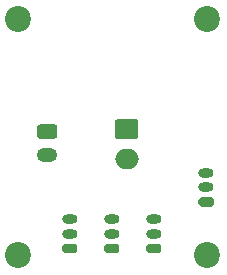
<source format=gbr>
%TF.GenerationSoftware,KiCad,Pcbnew,(5.1.9)-1*%
%TF.CreationDate,2021-08-13T00:41:12+01:00*%
%TF.ProjectId,heli-servo-board,68656c69-2d73-4657-9276-6f2d626f6172,rev?*%
%TF.SameCoordinates,Original*%
%TF.FileFunction,Soldermask,Bot*%
%TF.FilePolarity,Negative*%
%FSLAX46Y46*%
G04 Gerber Fmt 4.6, Leading zero omitted, Abs format (unit mm)*
G04 Created by KiCad (PCBNEW (5.1.9)-1) date 2021-08-13 00:41:12*
%MOMM*%
%LPD*%
G01*
G04 APERTURE LIST*
%ADD10O,1.750000X1.200000*%
%ADD11O,1.300000X0.800000*%
%ADD12O,2.000000X1.700000*%
%ADD13C,2.200000*%
G04 APERTURE END LIST*
D10*
%TO.C,REF\u002A\u002A*%
X162433000Y-153511000D03*
G36*
G01*
X161807600Y-150911000D02*
X163058400Y-150911000D01*
G75*
G02*
X163308000Y-151160600I0J-249600D01*
G01*
X163308000Y-151861400D01*
G75*
G02*
X163058400Y-152111000I-249600J0D01*
G01*
X161807600Y-152111000D01*
G75*
G02*
X161558000Y-151861400I0J249600D01*
G01*
X161558000Y-151160600D01*
G75*
G02*
X161807600Y-150911000I249600J0D01*
G01*
G37*
%TD*%
D11*
%TO.C,J1*%
X175895000Y-154980000D03*
X175895000Y-156230000D03*
G36*
G01*
X176345000Y-157880000D02*
X175445000Y-157880000D01*
G75*
G02*
X175245000Y-157680000I0J200000D01*
G01*
X175245000Y-157280000D01*
G75*
G02*
X175445000Y-157080000I200000J0D01*
G01*
X176345000Y-157080000D01*
G75*
G02*
X176545000Y-157280000I0J-200000D01*
G01*
X176545000Y-157680000D01*
G75*
G02*
X176345000Y-157880000I-200000J0D01*
G01*
G37*
%TD*%
%TO.C,J4*%
X171450000Y-158917000D03*
X171450000Y-160167000D03*
G36*
G01*
X171900000Y-161817000D02*
X171000000Y-161817000D01*
G75*
G02*
X170800000Y-161617000I0J200000D01*
G01*
X170800000Y-161217000D01*
G75*
G02*
X171000000Y-161017000I200000J0D01*
G01*
X171900000Y-161017000D01*
G75*
G02*
X172100000Y-161217000I0J-200000D01*
G01*
X172100000Y-161617000D01*
G75*
G02*
X171900000Y-161817000I-200000J0D01*
G01*
G37*
%TD*%
%TO.C,J3*%
X167894000Y-158917000D03*
X167894000Y-160167000D03*
G36*
G01*
X168344000Y-161817000D02*
X167444000Y-161817000D01*
G75*
G02*
X167244000Y-161617000I0J200000D01*
G01*
X167244000Y-161217000D01*
G75*
G02*
X167444000Y-161017000I200000J0D01*
G01*
X168344000Y-161017000D01*
G75*
G02*
X168544000Y-161217000I0J-200000D01*
G01*
X168544000Y-161617000D01*
G75*
G02*
X168344000Y-161817000I-200000J0D01*
G01*
G37*
%TD*%
%TO.C,J2*%
X164338000Y-158917000D03*
X164338000Y-160167000D03*
G36*
G01*
X164788000Y-161817000D02*
X163888000Y-161817000D01*
G75*
G02*
X163688000Y-161617000I0J200000D01*
G01*
X163688000Y-161217000D01*
G75*
G02*
X163888000Y-161017000I200000J0D01*
G01*
X164788000Y-161017000D01*
G75*
G02*
X164988000Y-161217000I0J-200000D01*
G01*
X164988000Y-161617000D01*
G75*
G02*
X164788000Y-161817000I-200000J0D01*
G01*
G37*
%TD*%
D12*
%TO.C,J6*%
X169164000Y-153797000D03*
G36*
G01*
X168414000Y-150447000D02*
X169914000Y-150447000D01*
G75*
G02*
X170164000Y-150697000I0J-250000D01*
G01*
X170164000Y-151897000D01*
G75*
G02*
X169914000Y-152147000I-250000J0D01*
G01*
X168414000Y-152147000D01*
G75*
G02*
X168164000Y-151897000I0J250000D01*
G01*
X168164000Y-150697000D01*
G75*
G02*
X168414000Y-150447000I250000J0D01*
G01*
G37*
%TD*%
D13*
%TO.C,H4*%
X176000000Y-162000000D03*
%TD*%
%TO.C,H3*%
X176000000Y-142000000D03*
%TD*%
%TO.C,H2*%
X160000000Y-162000000D03*
%TD*%
%TO.C,H1*%
X160000000Y-142000000D03*
%TD*%
M02*

</source>
